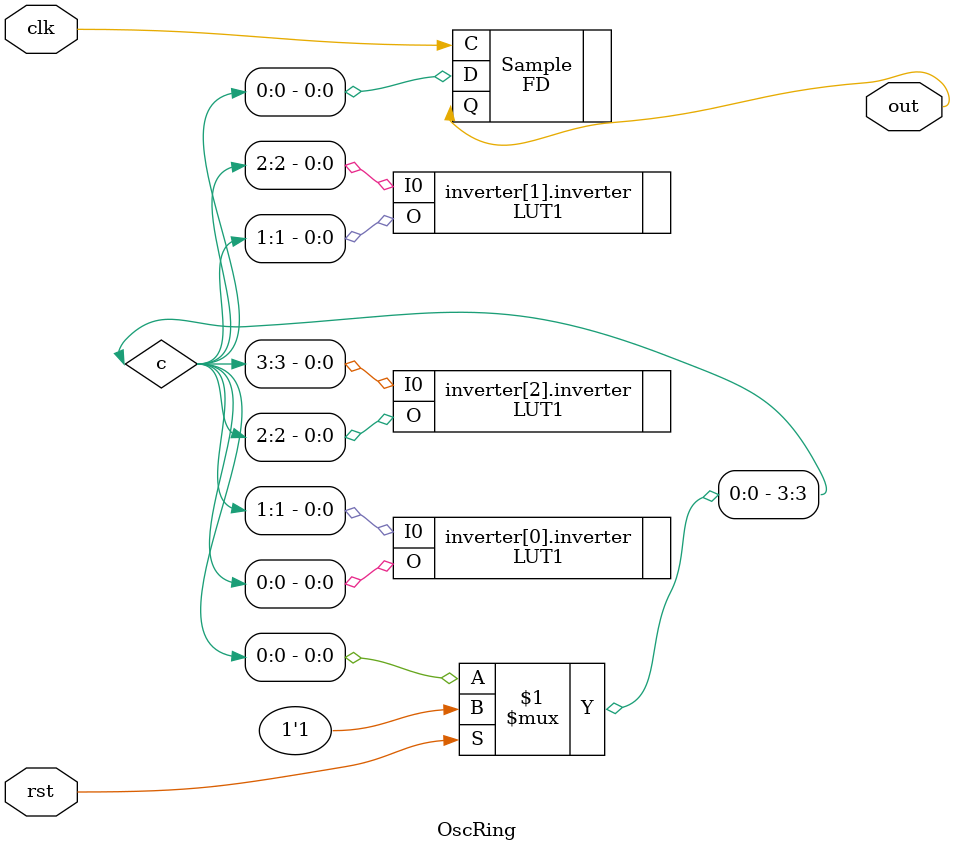
<source format=sv>
`timescale 1ns / 1ps

module OscRing #(parameter n = 3)( // n- no of inverters
    input wire clk,
	 input wire rst,
    output wire out
    );

(*S = "YES", KEEP = "TRUE"*)wire [n:0] c;

genvar k;
generate
for (k = n-1; k >= 0; k = k - 1)
begin: inverter
	LUT1 #(
	.INIT(2'b01) 
	) inverter (
	.O(c[k]), 
	.I0(c[k+1]) 
	);
end
endgenerate

assign c[n] = rst? 1'b1 : c[0];

FD Sample (
	.Q (out),
	.C (clk),
	.D (c[0]));


endmodule

</source>
